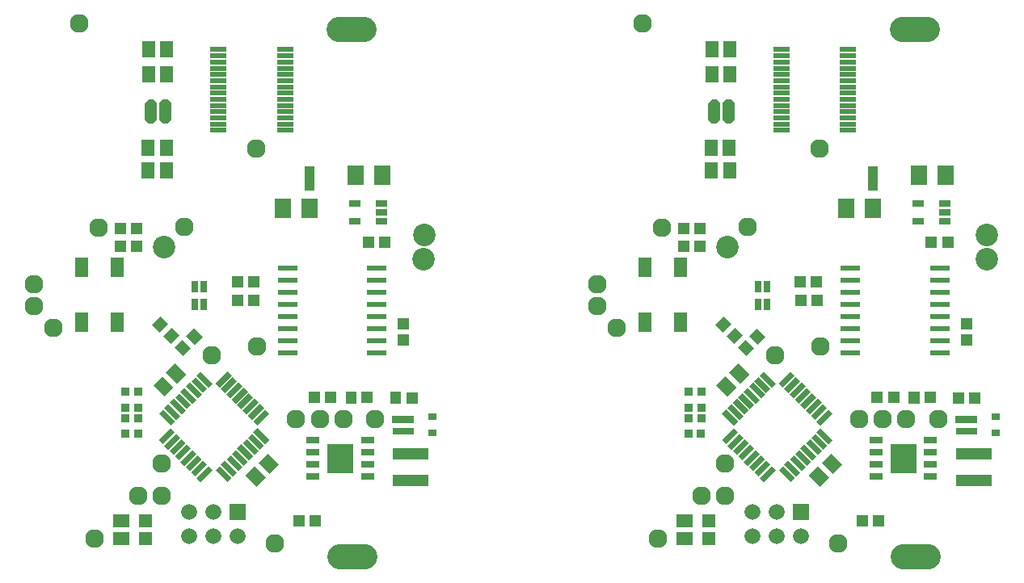
<source format=gbr>
%FSLAX34Y34*%
%MOMM*%
%LNSOLDERMASK_TOP*%
G71*
G01*
%ADD10R,1.360X2.060*%
%ADD11R,2.040X0.590*%
%ADD12R,1.260X1.160*%
%ADD13C,2.360*%
%ADD14R,1.160X0.660*%
%ADD15R,1.660X2.060*%
%ADD16R,1.160X1.260*%
%ADD17R,1.460X1.360*%
%ADD18R,0.960X0.860*%
%ADD19C,1.660*%
%ADD20R,1.710X0.480*%
%ADD21R,1.360X1.660*%
%ADD22C,1.960*%
%ADD23R,1.660X1.360*%
%ADD24R,1.370X0.710*%
%ADD25R,2.710X3.060*%
%ADD26C,2.660*%
%ADD27R,2.260X0.800*%
%ADD28R,3.760X1.260*%
%ADD29R,0.860X0.660*%
%ADD30R,0.660X1.260*%
%LPD*%
X86500Y326500D02*
G54D10*
D03*
X124000Y326500D02*
G54D10*
D03*
X86500Y269000D02*
G54D10*
D03*
X124000Y269000D02*
G54D10*
D03*
X395799Y236989D02*
G54D11*
D03*
X302099Y236989D02*
G54D11*
D03*
X395799Y249689D02*
G54D11*
D03*
X302099Y249689D02*
G54D11*
D03*
X395799Y262389D02*
G54D11*
D03*
X302099Y262389D02*
G54D11*
D03*
X395799Y275090D02*
G54D11*
D03*
X302099Y275089D02*
G54D11*
D03*
X395799Y287790D02*
G54D11*
D03*
X302099Y287789D02*
G54D11*
D03*
X395799Y300490D02*
G54D11*
D03*
X302099Y300489D02*
G54D11*
D03*
X395799Y313190D02*
G54D11*
D03*
X302099Y313190D02*
G54D11*
D03*
X395799Y325889D02*
G54D11*
D03*
X302099Y325889D02*
G54D11*
D03*
X423378Y267058D02*
G54D12*
D03*
X423378Y250058D02*
G54D12*
D03*
X445015Y334760D02*
G54D13*
D03*
X445215Y360160D02*
G54D13*
D03*
X173115Y347460D02*
G54D13*
D03*
X401115Y374760D02*
G54D14*
D03*
X373115Y374760D02*
G54D14*
D03*
X401115Y384260D02*
G54D14*
D03*
X401115Y393760D02*
G54D14*
D03*
X373115Y393760D02*
G54D14*
D03*
X401715Y423060D02*
G54D15*
D03*
X373715Y423060D02*
G54D15*
D03*
X325315Y388460D02*
G54D15*
D03*
X297315Y388460D02*
G54D15*
D03*
X386814Y352560D02*
G54D16*
D03*
X403815Y352560D02*
G54D16*
D03*
G36*
X320315Y432660D02*
X330315Y432660D01*
X330315Y406660D01*
X320315Y406660D01*
X320315Y432660D01*
G37*
G36*
X283263Y173391D02*
X270818Y160945D01*
X266505Y165258D01*
X278949Y177704D01*
X283263Y173391D01*
G37*
G36*
X277607Y179047D02*
X265162Y166602D01*
X260848Y170915D01*
X273293Y183360D01*
X277607Y179047D01*
G37*
G36*
X271950Y184704D02*
X259505Y172259D01*
X255191Y176572D01*
X267636Y189018D01*
X271950Y184704D01*
G37*
G36*
X266293Y190362D02*
X253848Y177916D01*
X249535Y182229D01*
X261979Y194675D01*
X266293Y190362D01*
G37*
G36*
X260636Y196019D02*
X248192Y183573D01*
X243878Y187886D01*
X256322Y200332D01*
X260636Y196019D01*
G37*
G36*
X254978Y201676D02*
X242534Y189230D01*
X238220Y193543D01*
X250665Y205989D01*
X254978Y201676D01*
G37*
G36*
X249322Y207332D02*
X236876Y194887D01*
X232563Y199201D01*
X245008Y211646D01*
X249322Y207332D01*
G37*
G36*
X243666Y212989D02*
X231219Y200545D01*
X226906Y204859D01*
X239353Y217303D01*
X243666Y212989D01*
G37*
G36*
X184272Y153592D02*
X171827Y141146D01*
X167514Y145459D01*
X179958Y157905D01*
X184272Y153592D01*
G37*
G36*
X189929Y147934D02*
X177483Y135489D01*
X173170Y139803D01*
X185616Y152247D01*
X189929Y147934D01*
G37*
G36*
X195586Y142277D02*
X183140Y129833D01*
X178827Y134146D01*
X191273Y146591D01*
X195586Y142277D01*
G37*
G36*
X201242Y136621D02*
X188797Y124176D01*
X184483Y128489D01*
X196928Y140934D01*
X201242Y136621D01*
G37*
G36*
X206900Y130963D02*
X194454Y118518D01*
X190141Y122832D01*
X202586Y135276D01*
X206900Y130963D01*
G37*
G36*
X212556Y125306D02*
X200111Y112862D01*
X195798Y117175D01*
X208243Y129620D01*
X212556Y125306D01*
G37*
G36*
X218212Y119650D02*
X205767Y107204D01*
X201454Y111518D01*
X213899Y123963D01*
X218212Y119650D01*
G37*
G36*
X223868Y113992D02*
X211423Y101547D01*
X207110Y105860D01*
X219555Y118305D01*
X223868Y113992D01*
G37*
G36*
X270819Y157905D02*
X283264Y145459D01*
X278950Y141146D01*
X266506Y153591D01*
X270819Y157905D01*
G37*
G36*
X265162Y152248D02*
X277607Y139803D01*
X273294Y135490D01*
X260849Y147934D01*
X265162Y152248D01*
G37*
G36*
X259506Y146592D02*
X271950Y134146D01*
X267637Y129833D01*
X255192Y142278D01*
X259506Y146592D01*
G37*
G36*
X253849Y140934D02*
X266294Y128489D01*
X261981Y124176D01*
X249536Y136621D01*
X253849Y140934D01*
G37*
G36*
X248191Y135276D02*
X260637Y122831D01*
X256324Y118518D01*
X243878Y130963D01*
X248191Y135276D01*
G37*
G36*
X242536Y129619D02*
X254980Y117174D01*
X250667Y112860D01*
X238222Y125306D01*
X242536Y129619D01*
G37*
G36*
X236878Y123961D02*
X249323Y111516D01*
X245010Y107203D01*
X232565Y119648D01*
X236878Y123961D01*
G37*
G36*
X231221Y118305D02*
X243666Y105860D01*
X239353Y101546D01*
X226908Y113991D01*
X231221Y118305D01*
G37*
G36*
X211422Y217304D02*
X223867Y204858D01*
X219554Y200545D01*
X207109Y212990D01*
X211422Y217304D01*
G37*
G36*
X205766Y211648D02*
X218210Y199201D01*
X213897Y194888D01*
X201453Y207335D01*
X205766Y211648D01*
G37*
G36*
X200110Y205990D02*
X212555Y193545D01*
X208241Y189232D01*
X195796Y201677D01*
X200110Y205990D01*
G37*
G36*
X194453Y200333D02*
X206898Y187888D01*
X202584Y183575D01*
X190140Y196020D01*
X194453Y200333D01*
G37*
G36*
X188797Y194675D02*
X201242Y182230D01*
X196929Y177917D01*
X184484Y190362D01*
X188797Y194675D01*
G37*
G36*
X183141Y189017D02*
X195586Y176572D01*
X191273Y172259D01*
X178827Y184704D01*
X183141Y189017D01*
G37*
G36*
X177483Y183360D02*
X189928Y170916D01*
X185615Y166602D01*
X173170Y179047D01*
X177483Y183360D01*
G37*
G36*
X171826Y177703D02*
X184272Y165259D01*
X179959Y160945D01*
X167513Y173389D01*
X171826Y177703D01*
G37*
G36*
X258562Y108363D02*
X268179Y117980D01*
X279917Y106241D01*
X270299Y96625D01*
X258562Y108363D01*
G37*
G36*
X271996Y121796D02*
X281612Y131413D01*
X293350Y119676D01*
X283734Y110059D01*
X271996Y121796D01*
G37*
G36*
X161558Y202880D02*
X171175Y212496D01*
X182913Y200757D01*
X173296Y191141D01*
X161558Y202880D01*
G37*
G36*
X174994Y216314D02*
X184612Y225930D01*
X196349Y214192D01*
X186732Y204576D01*
X174994Y216314D01*
G37*
X153820Y42045D02*
G54D17*
D03*
X153820Y61045D02*
G54D17*
D03*
X132134Y168311D02*
G54D18*
D03*
X146034Y168310D02*
G54D18*
D03*
X132134Y179311D02*
G54D18*
D03*
X146034Y179311D02*
G54D18*
D03*
X145573Y152198D02*
G54D18*
D03*
X132574Y152198D02*
G54D18*
D03*
X145642Y195826D02*
G54D18*
D03*
X132643Y195827D02*
G54D18*
D03*
X199426Y44880D02*
G54D19*
D03*
X224826Y44880D02*
G54D19*
D03*
X250226Y44880D02*
G54D19*
D03*
X199426Y70280D02*
G54D19*
D03*
X224826Y70280D02*
G54D19*
D03*
X299643Y470275D02*
G54D20*
D03*
X299644Y476775D02*
G54D20*
D03*
X299644Y483275D02*
G54D20*
D03*
X299644Y489775D02*
G54D20*
D03*
X299644Y496275D02*
G54D20*
D03*
X299644Y502775D02*
G54D20*
D03*
X299644Y509275D02*
G54D20*
D03*
X299644Y515775D02*
G54D20*
D03*
X299644Y522275D02*
G54D20*
D03*
X299644Y528775D02*
G54D20*
D03*
X299644Y535275D02*
G54D20*
D03*
X299644Y541775D02*
G54D20*
D03*
X299644Y548275D02*
G54D20*
D03*
X299644Y554775D02*
G54D20*
D03*
X229644Y470275D02*
G54D20*
D03*
X229644Y476775D02*
G54D20*
D03*
X229644Y483275D02*
G54D20*
D03*
X229644Y489775D02*
G54D20*
D03*
X229644Y496275D02*
G54D20*
D03*
X229644Y502775D02*
G54D20*
D03*
X229644Y509275D02*
G54D20*
D03*
X229644Y515775D02*
G54D20*
D03*
X229644Y522275D02*
G54D20*
D03*
X229644Y528775D02*
G54D20*
D03*
X229644Y535275D02*
G54D20*
D03*
X229644Y541775D02*
G54D20*
D03*
X229644Y548275D02*
G54D20*
D03*
X229644Y554775D02*
G54D20*
D03*
X175250Y427900D02*
G54D21*
D03*
X156250Y427900D02*
G54D21*
D03*
G36*
X149386Y460357D02*
X162986Y460357D01*
X162986Y443757D01*
X149386Y443757D01*
X149386Y460357D01*
G37*
X175186Y452057D02*
G54D21*
D03*
X175882Y529170D02*
G54D21*
D03*
X156882Y529170D02*
G54D21*
D03*
X175768Y555523D02*
G54D21*
D03*
X156767Y555523D02*
G54D21*
D03*
X36750Y309030D02*
G54D22*
D03*
X84000Y582638D02*
G54D22*
D03*
X57200Y263222D02*
G54D22*
D03*
X36450Y285930D02*
G54D22*
D03*
X269600Y450700D02*
G54D22*
D03*
X100000Y42400D02*
G54D22*
D03*
X128323Y60818D02*
G54D23*
D03*
X128323Y41820D02*
G54D23*
D03*
X270100Y243400D02*
G54D22*
D03*
X170700Y87000D02*
G54D22*
D03*
X249600Y311700D02*
G54D16*
D03*
X266600Y311700D02*
G54D16*
D03*
X249900Y291500D02*
G54D16*
D03*
X266900Y291500D02*
G54D16*
D03*
X386000Y145100D02*
G54D24*
D03*
X386000Y132400D02*
G54D24*
D03*
X386000Y119700D02*
G54D24*
D03*
X386000Y107000D02*
G54D24*
D03*
X329100Y145100D02*
G54D24*
D03*
X329100Y132400D02*
G54D24*
D03*
X329100Y119700D02*
G54D24*
D03*
X329100Y107000D02*
G54D24*
D03*
X357400Y126100D02*
G54D25*
D03*
X357400Y126100D02*
G54D22*
D03*
G54D26*
X356700Y23400D02*
X382700Y23400D01*
G54D26*
X356200Y576200D02*
X382200Y576200D01*
X330100Y190000D02*
G54D16*
D03*
X347100Y190000D02*
G54D16*
D03*
G36*
X363100Y196300D02*
X374700Y196300D01*
X374700Y183700D01*
X363100Y183700D01*
X363100Y196300D01*
G37*
X385900Y190000D02*
G54D16*
D03*
G36*
X409700Y196000D02*
X421300Y196000D01*
X421300Y183400D01*
X409700Y183400D01*
X409700Y196000D01*
G37*
X432500Y189700D02*
G54D16*
D03*
G36*
X412100Y170900D02*
X434700Y170900D01*
X434700Y162900D01*
X412100Y162900D01*
X412100Y170900D01*
G37*
X423400Y154400D02*
G54D27*
D03*
X431400Y130900D02*
G54D28*
D03*
X431400Y130900D02*
G54D28*
D03*
X431400Y102900D02*
G54D28*
D03*
X454275Y170088D02*
G54D29*
D03*
X454275Y153087D02*
G54D29*
D03*
X393900Y167200D02*
G54D22*
D03*
X360600Y167300D02*
G54D22*
D03*
G36*
X153000Y498615D02*
X156685Y502300D01*
X161915Y502300D01*
X165600Y498615D01*
X165600Y481385D01*
X161915Y477700D01*
X156685Y477700D01*
X153000Y481385D01*
X153000Y498615D01*
G37*
G36*
X168000Y498615D02*
X171685Y502300D01*
X176915Y502300D01*
X180600Y498615D01*
X180600Y481385D01*
X176915Y477700D01*
X171685Y477700D01*
X168000Y481385D01*
X168000Y498615D01*
G37*
X194500Y369300D02*
G54D22*
D03*
X288900Y37400D02*
G54D22*
D03*
X223000Y234300D02*
G54D22*
D03*
X314500Y60900D02*
G54D16*
D03*
X331500Y60900D02*
G54D16*
D03*
X144540Y367179D02*
G54D16*
D03*
X127540Y367179D02*
G54D16*
D03*
G36*
X168946Y275275D02*
X177149Y267072D01*
X168239Y258163D01*
X160037Y266365D01*
X168946Y275275D01*
G37*
G36*
X180967Y263254D02*
X189170Y255052D01*
X180260Y246142D01*
X172058Y254344D01*
X180967Y263254D01*
G37*
G36*
X213190Y253666D02*
X204988Y245463D01*
X196078Y254373D01*
X204280Y262575D01*
X213190Y253666D01*
G37*
G36*
X201170Y241645D02*
X192967Y233442D01*
X184058Y242351D01*
X192260Y250554D01*
X201170Y241645D01*
G37*
X146100Y87300D02*
G54D22*
D03*
X311100Y167400D02*
G54D22*
D03*
X336000Y167200D02*
G54D22*
D03*
X170500Y120600D02*
G54D22*
D03*
X104700Y367800D02*
G54D22*
D03*
X144440Y348679D02*
G54D16*
D03*
X127440Y348679D02*
G54D16*
D03*
X214407Y287916D02*
G54D30*
D03*
X204907Y287916D02*
G54D30*
D03*
X214407Y305917D02*
G54D30*
D03*
X204907Y305917D02*
G54D30*
D03*
G36*
X241926Y78580D02*
X258526Y78580D01*
X258526Y61980D01*
X241926Y61980D01*
X241926Y78580D01*
G37*
X676500Y326500D02*
G54D10*
D03*
X714000Y326500D02*
G54D10*
D03*
X676500Y269000D02*
G54D10*
D03*
X714000Y269000D02*
G54D10*
D03*
X985799Y236989D02*
G54D11*
D03*
X892099Y236989D02*
G54D11*
D03*
X985799Y249689D02*
G54D11*
D03*
X892099Y249689D02*
G54D11*
D03*
X985799Y262389D02*
G54D11*
D03*
X892099Y262389D02*
G54D11*
D03*
X985799Y275090D02*
G54D11*
D03*
X892099Y275089D02*
G54D11*
D03*
X985799Y287790D02*
G54D11*
D03*
X892099Y287789D02*
G54D11*
D03*
X985799Y300490D02*
G54D11*
D03*
X892099Y300489D02*
G54D11*
D03*
X985799Y313190D02*
G54D11*
D03*
X892099Y313190D02*
G54D11*
D03*
X985799Y325889D02*
G54D11*
D03*
X892099Y325889D02*
G54D11*
D03*
X1013378Y267058D02*
G54D12*
D03*
X1013378Y250058D02*
G54D12*
D03*
X1035015Y334760D02*
G54D13*
D03*
X1035215Y360160D02*
G54D13*
D03*
X763115Y347460D02*
G54D13*
D03*
X991115Y374760D02*
G54D14*
D03*
X963115Y374760D02*
G54D14*
D03*
X991115Y384260D02*
G54D14*
D03*
X991115Y393760D02*
G54D14*
D03*
X963115Y393760D02*
G54D14*
D03*
X991715Y423060D02*
G54D15*
D03*
X963715Y423060D02*
G54D15*
D03*
X915315Y388460D02*
G54D15*
D03*
X887315Y388460D02*
G54D15*
D03*
X976814Y352560D02*
G54D16*
D03*
X993815Y352560D02*
G54D16*
D03*
G36*
X910315Y432660D02*
X920315Y432660D01*
X920315Y406660D01*
X910315Y406660D01*
X910315Y432660D01*
G37*
G36*
X873264Y173390D02*
X860819Y160945D01*
X856505Y165258D01*
X868950Y177703D01*
X873264Y173390D01*
G37*
G36*
X867607Y179047D02*
X855162Y166601D01*
X850849Y170915D01*
X863293Y183360D01*
X867607Y179047D01*
G37*
G36*
X861949Y184705D02*
X849505Y172259D01*
X845191Y176572D01*
X857636Y189018D01*
X861949Y184705D01*
G37*
G36*
X856292Y190362D02*
X843848Y177916D01*
X839535Y182229D01*
X851979Y194675D01*
X856292Y190362D01*
G37*
G36*
X850636Y196019D02*
X838192Y183573D01*
X833878Y187886D01*
X846323Y200332D01*
X850636Y196019D01*
G37*
G36*
X844979Y201675D02*
X832534Y189230D01*
X828220Y193543D01*
X840665Y205989D01*
X844979Y201675D01*
G37*
G36*
X839322Y207332D02*
X826876Y194887D01*
X822563Y199201D01*
X835009Y211646D01*
X839322Y207332D01*
G37*
G36*
X833666Y212988D02*
X821219Y200545D01*
X816907Y204859D01*
X829354Y217302D01*
X833666Y212988D01*
G37*
G36*
X774272Y153592D02*
X761827Y141146D01*
X757514Y145459D01*
X769958Y157905D01*
X774272Y153592D01*
G37*
G36*
X779929Y147934D02*
X767484Y135489D01*
X763170Y139802D01*
X775616Y152247D01*
X779929Y147934D01*
G37*
G36*
X785586Y142277D02*
X773141Y129833D01*
X768828Y134146D01*
X781273Y146591D01*
X785586Y142277D01*
G37*
G36*
X791242Y136621D02*
X778797Y124176D01*
X774484Y128489D01*
X786929Y140934D01*
X791242Y136621D01*
G37*
G36*
X796900Y130963D02*
X784454Y118518D01*
X780141Y122832D01*
X792587Y135276D01*
X796900Y130963D01*
G37*
G36*
X802556Y125306D02*
X790111Y112862D01*
X785798Y117175D01*
X798243Y129620D01*
X802556Y125306D01*
G37*
G36*
X808212Y119650D02*
X795768Y107204D01*
X791454Y111518D01*
X803899Y123963D01*
X808212Y119650D01*
G37*
G36*
X813869Y113992D02*
X801424Y101547D01*
X797111Y105860D01*
X809555Y118306D01*
X813869Y113992D01*
G37*
G36*
X860820Y157904D02*
X873264Y145459D01*
X868950Y141146D01*
X856506Y153591D01*
X860820Y157904D01*
G37*
G36*
X855162Y152247D02*
X867608Y139803D01*
X863295Y135489D01*
X850849Y147934D01*
X855162Y152247D01*
G37*
G36*
X849506Y146591D02*
X861951Y134146D01*
X857638Y129832D01*
X845193Y142278D01*
X849506Y146591D01*
G37*
G36*
X843849Y140934D02*
X856295Y128489D01*
X851981Y124176D01*
X839536Y136620D01*
X843849Y140934D01*
G37*
G36*
X838191Y135276D02*
X850637Y122831D01*
X846324Y118518D01*
X833878Y130962D01*
X838191Y135276D01*
G37*
G36*
X832536Y129619D02*
X844981Y117173D01*
X840667Y112860D01*
X828222Y125306D01*
X832536Y129619D01*
G37*
G36*
X826879Y123961D02*
X839324Y111516D01*
X835010Y107203D01*
X822565Y119648D01*
X826879Y123961D01*
G37*
G36*
X821222Y118304D02*
X833667Y105859D01*
X829353Y101546D01*
X816909Y113991D01*
X821222Y118304D01*
G37*
G36*
X801422Y217303D02*
X813867Y204858D01*
X809554Y200545D01*
X797109Y212990D01*
X801422Y217303D01*
G37*
G36*
X795767Y211647D02*
X808211Y199201D01*
X803897Y194888D01*
X791453Y207334D01*
X795767Y211647D01*
G37*
G36*
X790110Y205990D02*
X802555Y193545D01*
X798241Y189232D01*
X785797Y201677D01*
X790110Y205990D01*
G37*
G36*
X784453Y200333D02*
X796898Y187887D01*
X792585Y183574D01*
X780140Y196020D01*
X784453Y200333D01*
G37*
G36*
X778798Y194675D02*
X791242Y182230D01*
X786929Y177917D01*
X774484Y190362D01*
X778798Y194675D01*
G37*
G36*
X773141Y189017D02*
X785586Y176572D01*
X781273Y172258D01*
X768828Y184703D01*
X773141Y189017D01*
G37*
G36*
X767483Y183360D02*
X779929Y170916D01*
X775615Y166602D01*
X763170Y179047D01*
X767483Y183360D01*
G37*
G36*
X761826Y177703D02*
X774272Y165259D01*
X769959Y160945D01*
X757513Y173389D01*
X761826Y177703D01*
G37*
G36*
X848562Y108362D02*
X858179Y117979D01*
X869917Y106241D01*
X860300Y96624D01*
X848562Y108362D01*
G37*
G36*
X861996Y121796D02*
X871612Y131413D01*
X883350Y119675D01*
X873734Y110059D01*
X861996Y121796D01*
G37*
G36*
X751558Y202879D02*
X761175Y212496D01*
X772913Y200757D01*
X763296Y191141D01*
X751558Y202879D01*
G37*
G36*
X764995Y216314D02*
X774612Y225930D01*
X786349Y214191D01*
X776732Y204575D01*
X764995Y216314D01*
G37*
X743820Y42045D02*
G54D17*
D03*
X743820Y61045D02*
G54D17*
D03*
X722134Y168311D02*
G54D18*
D03*
X736034Y168310D02*
G54D18*
D03*
X722135Y179311D02*
G54D18*
D03*
X736034Y179311D02*
G54D18*
D03*
X735573Y152198D02*
G54D18*
D03*
X722574Y152198D02*
G54D18*
D03*
X735642Y195826D02*
G54D18*
D03*
X722643Y195827D02*
G54D18*
D03*
X789426Y44880D02*
G54D19*
D03*
X814826Y44880D02*
G54D19*
D03*
X840226Y44880D02*
G54D19*
D03*
X789426Y70280D02*
G54D19*
D03*
X814826Y70280D02*
G54D19*
D03*
X889644Y470275D02*
G54D20*
D03*
X889644Y476775D02*
G54D20*
D03*
X889644Y483275D02*
G54D20*
D03*
X889644Y489775D02*
G54D20*
D03*
X889644Y496275D02*
G54D20*
D03*
X889644Y502775D02*
G54D20*
D03*
X889644Y509275D02*
G54D20*
D03*
X889644Y515775D02*
G54D20*
D03*
X889644Y522275D02*
G54D20*
D03*
X889644Y528775D02*
G54D20*
D03*
X889644Y535275D02*
G54D20*
D03*
X889644Y541775D02*
G54D20*
D03*
X889644Y548275D02*
G54D20*
D03*
X889644Y554775D02*
G54D20*
D03*
X819644Y470275D02*
G54D20*
D03*
X819644Y476775D02*
G54D20*
D03*
X819644Y483275D02*
G54D20*
D03*
X819644Y489775D02*
G54D20*
D03*
X819644Y496275D02*
G54D20*
D03*
X819644Y502775D02*
G54D20*
D03*
X819644Y509275D02*
G54D20*
D03*
X819644Y515775D02*
G54D20*
D03*
X819644Y522275D02*
G54D20*
D03*
X819644Y528775D02*
G54D20*
D03*
X819644Y535275D02*
G54D20*
D03*
X819644Y541775D02*
G54D20*
D03*
X819644Y548275D02*
G54D20*
D03*
X819644Y554775D02*
G54D20*
D03*
X765250Y427900D02*
G54D21*
D03*
X746250Y427900D02*
G54D21*
D03*
G36*
X739386Y460357D02*
X752986Y460357D01*
X752986Y443757D01*
X739386Y443757D01*
X739386Y460357D01*
G37*
X765186Y452057D02*
G54D21*
D03*
X765882Y529170D02*
G54D21*
D03*
X746882Y529170D02*
G54D21*
D03*
X765768Y555523D02*
G54D21*
D03*
X746767Y555523D02*
G54D21*
D03*
X626750Y309030D02*
G54D22*
D03*
X674000Y582638D02*
G54D22*
D03*
X647200Y263222D02*
G54D22*
D03*
X626450Y285930D02*
G54D22*
D03*
X859600Y450700D02*
G54D22*
D03*
X690000Y42400D02*
G54D22*
D03*
X718323Y60818D02*
G54D23*
D03*
X718323Y41820D02*
G54D23*
D03*
X860100Y243400D02*
G54D22*
D03*
X760700Y87000D02*
G54D22*
D03*
X839600Y311700D02*
G54D16*
D03*
X856600Y311700D02*
G54D16*
D03*
X839900Y291500D02*
G54D16*
D03*
X856900Y291500D02*
G54D16*
D03*
X976000Y145100D02*
G54D24*
D03*
X976000Y132400D02*
G54D24*
D03*
X976000Y119700D02*
G54D24*
D03*
X976000Y107000D02*
G54D24*
D03*
X919100Y145100D02*
G54D24*
D03*
X919100Y132400D02*
G54D24*
D03*
X919100Y119700D02*
G54D24*
D03*
X919100Y107000D02*
G54D24*
D03*
X947400Y126100D02*
G54D25*
D03*
X947400Y126100D02*
G54D22*
D03*
G54D26*
X946700Y23400D02*
X972700Y23400D01*
G54D26*
X946200Y576200D02*
X972200Y576200D01*
X920100Y190000D02*
G54D16*
D03*
X937100Y190000D02*
G54D16*
D03*
G36*
X953100Y196300D02*
X964700Y196300D01*
X964700Y183700D01*
X953100Y183700D01*
X953100Y196300D01*
G37*
X975900Y190000D02*
G54D16*
D03*
X1005500Y189700D02*
G54D16*
D03*
X1022500Y189700D02*
G54D16*
D03*
G36*
X1002100Y170900D02*
X1024700Y170900D01*
X1024700Y162900D01*
X1002100Y162900D01*
X1002100Y170900D01*
G37*
X1013400Y154400D02*
G54D27*
D03*
X1021400Y130900D02*
G54D28*
D03*
X1021400Y130900D02*
G54D28*
D03*
X1021400Y102900D02*
G54D28*
D03*
X1044275Y170088D02*
G54D29*
D03*
X1044275Y153088D02*
G54D29*
D03*
X983900Y167200D02*
G54D22*
D03*
X950600Y167300D02*
G54D22*
D03*
G36*
X743000Y498615D02*
X746685Y502300D01*
X751915Y502300D01*
X755600Y498615D01*
X755600Y481385D01*
X751915Y477700D01*
X746685Y477700D01*
X743000Y481385D01*
X743000Y498615D01*
G37*
G36*
X758000Y498615D02*
X761685Y502300D01*
X766915Y502300D01*
X770600Y498615D01*
X770600Y481385D01*
X766915Y477700D01*
X761685Y477700D01*
X758000Y481385D01*
X758000Y498615D01*
G37*
X784500Y369300D02*
G54D22*
D03*
X878900Y37400D02*
G54D22*
D03*
X813000Y234300D02*
G54D22*
D03*
X904500Y60900D02*
G54D16*
D03*
X921500Y60900D02*
G54D16*
D03*
X734540Y367179D02*
G54D16*
D03*
X717540Y367179D02*
G54D16*
D03*
G36*
X758946Y275275D02*
X767149Y267072D01*
X758240Y258163D01*
X750037Y266365D01*
X758946Y275275D01*
G37*
G36*
X770968Y263254D02*
X779170Y255051D01*
X770260Y246142D01*
X762058Y254344D01*
X770968Y263254D01*
G37*
G36*
X803190Y253666D02*
X794988Y245463D01*
X786078Y254373D01*
X794281Y262575D01*
X803190Y253666D01*
G37*
G36*
X791170Y241644D02*
X782967Y233442D01*
X774058Y242352D01*
X782260Y250554D01*
X791170Y241644D01*
G37*
X736100Y87300D02*
G54D22*
D03*
X901100Y167400D02*
G54D22*
D03*
X926000Y167200D02*
G54D22*
D03*
X760500Y120600D02*
G54D22*
D03*
X694700Y367800D02*
G54D22*
D03*
X734440Y348679D02*
G54D16*
D03*
X717440Y348679D02*
G54D16*
D03*
X804407Y287916D02*
G54D30*
D03*
X794907Y287916D02*
G54D30*
D03*
X804407Y305917D02*
G54D30*
D03*
X794907Y305917D02*
G54D30*
D03*
G36*
X831926Y78580D02*
X848526Y78580D01*
X848526Y61980D01*
X831926Y61980D01*
X831926Y78580D01*
G37*
M02*

</source>
